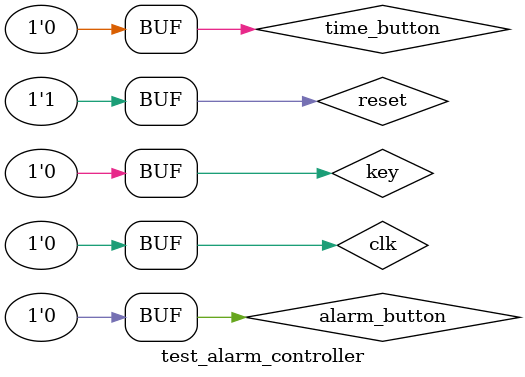
<source format=v>
`timescale 1ns / 1ps


module test_alarm_controller();
reg clk,reset,time_button,alarm_button,key;
wire load_new_a,load_new_c,show_new_time,show_a;
alarm_controller alarm_controller_(clk,reset,time_button,alarm_button,key,load_new_a,load_new_c,show_new_time,show_a);
always
begin
clk=0;
#5 clk=1;
#5 clk=0;
end
initial
begin
reset=0;
#10 reset=1;
end
always
begin
time_button=0;alarm_button=0;key=0;
#2 key=1;
#10 time_button=1;key=0;
#10 key=1;time_button=0;
#10 alarm_button=1;key=0;
#10 alarm_button=1;
#10 time_button=0;alarm_button=0;key=0;
end
endmodule

</source>
